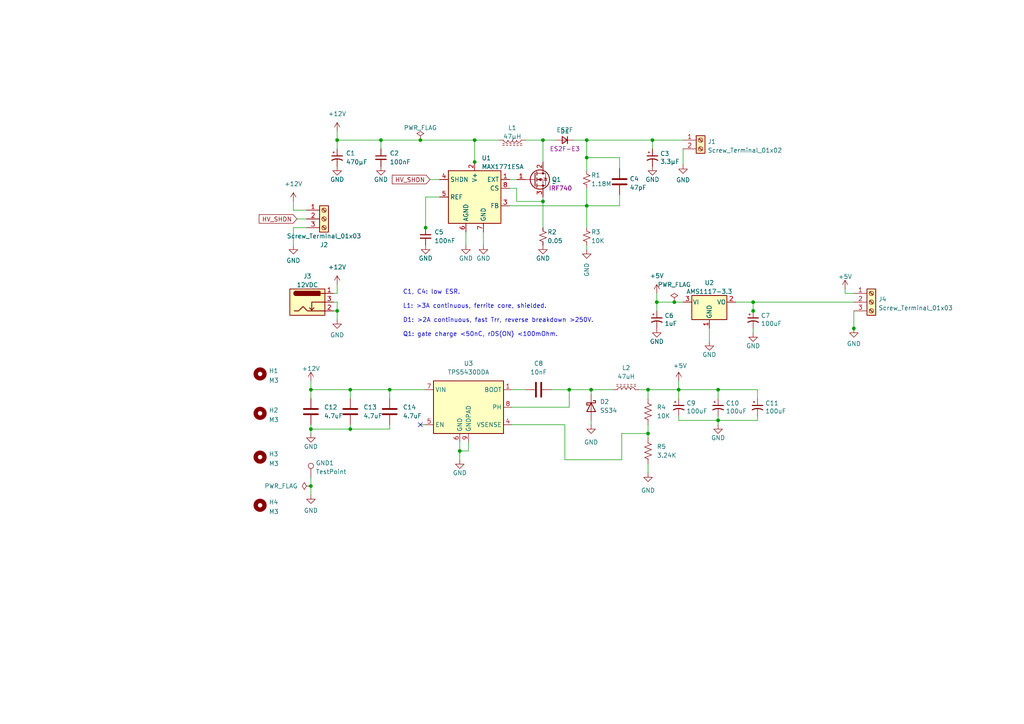
<source format=kicad_sch>
(kicad_sch (version 20211123) (generator eeschema)
  (paper "A4")
  (lib_symbols
    (symbol "Connector:Barrel_Jack_Switch" (pin_names hide)
      (property "Reference" "J" (at 0 5.334 0))
      (property "Value" "Barrel_Jack_Switch" (at 0 -5.08 0))
      (symbol "Barrel_Jack_Switch_0_1"
        (rectangle (start -5.08 3.81) (end 5.08 -3.81) (stroke (width 0.254)) (fill (type background)))
        (arc (start -3.302 3.175) (mid -3.937 2.54) (end -3.302 1.905) (stroke (width 0.254)))
        (arc (start -3.302 3.175) (mid -3.937 2.54) (end -3.302 1.905) (stroke (width 0.254)) (fill (type outline)))
        (polyline (pts (xy 1.27 -2.286) (xy 1.905 -1.651)) (stroke (width 0.254)))
        (polyline (pts (xy 5.08 2.54) (xy 3.81 2.54)) (stroke (width 0.254)))
        (polyline (pts (xy 5.08 0) (xy 1.27 0) (xy 1.27 -2.286) (xy 0.635 -1.651)) (stroke (width 0.254)))
        (polyline (pts (xy -3.81 -2.54) (xy -2.54 -2.54) (xy -1.27 -1.27) (xy 0 -2.54) (xy 2.54 -2.54) (xy 5.08 -2.54)) (stroke (width 0.254)))
        (rectangle (start 3.683 3.175) (end -3.302 1.905) (stroke (width 0.254)) (fill (type outline)))
      )
      (symbol "Barrel_Jack_Switch_1_1"
        (pin passive line (at 7.62 2.54 180) (length 2.54) (name "~") (number "1"))
        (pin passive line (at 7.62 -2.54 180) (length 2.54) (name "~") (number "2"))
        (pin passive line (at 7.62 0 180) (length 2.54) (name "~") (number "3"))
      )
    )
    (symbol "Connector:Screw_Terminal_01x02" (pin_names (offset 1.016) hide)
      (property "Reference" "J" (at 0 2.54 0))
      (property "Value" "Screw_Terminal_01x02" (at 0 -5.08 0))
      (symbol "Screw_Terminal_01x02_1_1"
        (rectangle (start -1.27 1.27) (end 1.27 -3.81) (stroke (width 0.254)) (fill (type background)))
        (circle (center 0 -2.54) (radius 0.635) (stroke (width 0.1524)))
        (polyline (pts (xy -0.5334 -2.2098) (xy 0.3302 -3.048)) (stroke (width 0.1524)))
        (polyline (pts (xy -0.5334 0.3302) (xy 0.3302 -0.508)) (stroke (width 0.1524)))
        (polyline (pts (xy -0.3556 -2.032) (xy 0.508 -2.8702)) (stroke (width 0.1524)))
        (polyline (pts (xy -0.3556 0.508) (xy 0.508 -0.3302)) (stroke (width 0.1524)))
        (circle (center 0 0) (radius 0.635) (stroke (width 0.1524)))
        (pin passive line (at -5.08 0 0) (length 3.81) (name "Pin_1") (number "1"))
        (pin passive line (at -5.08 -2.54 0) (length 3.81) (name "Pin_2") (number "2"))
      )
    )
    (symbol "Connector:Screw_Terminal_01x03" (pin_names (offset 1.016) hide)
      (property "Reference" "J" (at 0 5.08 0))
      (property "Value" "Screw_Terminal_01x03" (at 0 -5.08 0))
      (symbol "Screw_Terminal_01x03_1_1"
        (rectangle (start -1.27 3.81) (end 1.27 -3.81) (stroke (width 0.254)) (fill (type background)))
        (circle (center 0 -2.54) (radius 0.635) (stroke (width 0.1524)))
        (polyline (pts (xy -0.5334 -2.2098) (xy 0.3302 -3.048)) (stroke (width 0.1524)))
        (polyline (pts (xy -0.5334 0.3302) (xy 0.3302 -0.508)) (stroke (width 0.1524)))
        (polyline (pts (xy -0.5334 2.8702) (xy 0.3302 2.032)) (stroke (width 0.1524)))
        (polyline (pts (xy -0.3556 -2.032) (xy 0.508 -2.8702)) (stroke (width 0.1524)))
        (polyline (pts (xy -0.3556 0.508) (xy 0.508 -0.3302)) (stroke (width 0.1524)))
        (polyline (pts (xy -0.3556 3.048) (xy 0.508 2.2098)) (stroke (width 0.1524)))
        (circle (center 0 0) (radius 0.635) (stroke (width 0.1524)))
        (circle (center 0 2.54) (radius 0.635) (stroke (width 0.1524)))
        (pin passive line (at -5.08 2.54 0) (length 3.81) (name "Pin_1") (number "1"))
        (pin passive line (at -5.08 0 0) (length 3.81) (name "Pin_2") (number "2"))
        (pin passive line (at -5.08 -2.54 0) (length 3.81) (name "Pin_3") (number "3"))
      )
    )
    (symbol "Connector:TestPoint" (pin_numbers hide) (pin_names (offset 0.762) hide)
      (property "Reference" "TP" (at 0 6.858 0))
      (property "Value" "TestPoint" (at 0 5.08 0))
      (symbol "TestPoint_0_1"
        (circle (center 0 3.302) (radius 0.762))
      )
      (symbol "TestPoint_1_1"
        (pin passive line (at 0 0 90) (length 2.54) (name "1") (number "1"))
      )
    )
    (symbol "Device:C" (pin_numbers hide) (pin_names (offset 0.254))
      (property "Reference" "C" (at 0.635 2.54 0))
      (property "Value" "C" (at 0.635 -2.54 0))
      (symbol "C_0_1"
        (polyline (pts (xy -2.032 -0.762) (xy 2.032 -0.762)) (stroke (width 0.508)))
        (polyline (pts (xy -2.032 0.762) (xy 2.032 0.762)) (stroke (width 0.508)))
      )
      (symbol "C_1_1"
        (pin passive line (at 0 3.81 270) (length 2.794) (name "~") (number "1"))
        (pin passive line (at 0 -3.81 90) (length 2.794) (name "~") (number "2"))
      )
    )
    (symbol "Device:C_Polarized_Small_US" (pin_numbers hide) (pin_names (offset 0.254) hide)
      (property "Reference" "C" (at 0.254 1.778 0))
      (property "Value" "C_Polarized_Small_US" (at 0.254 -2.032 0))
      (symbol "C_Polarized_Small_US_0_1"
        (polyline (pts (xy -1.524 0.508) (xy 1.524 0.508)) (stroke (width 0.3048)))
        (polyline (pts (xy -1.27 1.524) (xy -0.762 1.524)))
        (polyline (pts (xy -1.016 1.27) (xy -1.016 1.778)))
        (arc (start 1.524 -0.762) (mid 0 -0.3734) (end -1.524 -0.762) (stroke (width 0.3048)))
      )
      (symbol "C_Polarized_Small_US_1_1"
        (pin passive line (at 0 2.54 270) (length 2.032) (name "~") (number "1"))
        (pin passive line (at 0 -2.54 90) (length 2.032) (name "~") (number "2"))
      )
    )
    (symbol "Device:C_Small" (pin_numbers hide) (pin_names (offset 0.254) hide)
      (property "Reference" "C" (at 0.254 1.778 0))
      (property "Value" "C_Small" (at 0.254 -2.032 0))
      (symbol "C_Small_0_1"
        (polyline (pts (xy -1.524 -0.508) (xy 1.524 -0.508)) (stroke (width 0.3302)))
        (polyline (pts (xy -1.524 0.508) (xy 1.524 0.508)) (stroke (width 0.3048)))
      )
      (symbol "C_Small_1_1"
        (pin passive line (at 0 2.54 270) (length 2.032) (name "~") (number "1"))
        (pin passive line (at 0 -2.54 90) (length 2.032) (name "~") (number "2"))
      )
    )
    (symbol "Device:D_Schottky" (pin_numbers hide) (pin_names (offset 1.016) hide)
      (property "Reference" "D" (at 0 2.54 0))
      (property "Value" "D_Schottky" (at 0 -2.54 0))
      (symbol "D_Schottky_0_1"
        (polyline (pts (xy 1.27 0) (xy -1.27 0)))
        (polyline (pts (xy 1.27 1.27) (xy 1.27 -1.27) (xy -1.27 0) (xy 1.27 1.27)) (stroke (width 0.254)))
        (polyline (pts (xy -1.905 0.635) (xy -1.905 1.27) (xy -1.27 1.27) (xy -1.27 -1.27) (xy -0.635 -1.27) (xy -0.635 -0.635)) (stroke (width 0.254)))
      )
      (symbol "D_Schottky_1_1"
        (pin passive line (at -3.81 0 0) (length 2.54) (name "K") (number "1"))
        (pin passive line (at 3.81 0 180) (length 2.54) (name "A") (number "2"))
      )
    )
    (symbol "Device:D_Small" (pin_numbers hide) (pin_names (offset 0.254) hide)
      (property "Reference" "D" (at -1.27 2.032 0))
      (property "Value" "D_Small" (at -3.81 -2.032 0))
      (symbol "D_Small_0_1"
        (polyline (pts (xy -0.762 -1.016) (xy -0.762 1.016)) (stroke (width 0.254)))
        (polyline (pts (xy -0.762 0) (xy 0.762 0)))
        (polyline (pts (xy 0.762 -1.016) (xy -0.762 0) (xy 0.762 1.016) (xy 0.762 -1.016)) (stroke (width 0.254)))
      )
      (symbol "D_Small_1_1"
        (pin passive line (at -2.54 0 0) (length 1.778) (name "K") (number "1"))
        (pin passive line (at 2.54 0 180) (length 1.778) (name "A") (number "2"))
      )
    )
    (symbol "Device:L_Ferrite" (pin_numbers hide) (pin_names (offset 1.016) hide)
      (property "Reference" "L" (at -1.27 0 90))
      (property "Value" "L_Ferrite" (at 2.794 0 90))
      (symbol "L_Ferrite_0_1"
        (arc (start 0 -2.54) (mid 0.635 -1.905) (end 0 -1.27))
        (arc (start 0 -1.27) (mid 0.635 -0.635) (end 0 0))
        (polyline (pts (xy 1.016 -2.794) (xy 1.016 -2.286)))
        (polyline (pts (xy 1.016 -1.778) (xy 1.016 -1.27)))
        (polyline (pts (xy 1.016 -0.762) (xy 1.016 -0.254)))
        (polyline (pts (xy 1.016 0.254) (xy 1.016 0.762)))
        (polyline (pts (xy 1.016 1.27) (xy 1.016 1.778)))
        (polyline (pts (xy 1.016 2.286) (xy 1.016 2.794)))
        (polyline (pts (xy 1.524 -2.286) (xy 1.524 -2.794)))
        (polyline (pts (xy 1.524 -1.27) (xy 1.524 -1.778)))
        (polyline (pts (xy 1.524 -0.254) (xy 1.524 -0.762)))
        (polyline (pts (xy 1.524 0.762) (xy 1.524 0.254)))
        (polyline (pts (xy 1.524 1.778) (xy 1.524 1.27)))
        (polyline (pts (xy 1.524 2.794) (xy 1.524 2.286)))
        (arc (start 0 0) (mid 0.635 0.635) (end 0 1.27))
        (arc (start 0 1.27) (mid 0.635 1.905) (end 0 2.54))
      )
      (symbol "L_Ferrite_1_1"
        (pin passive line (at 0 3.81 270) (length 1.27) (name "1") (number "1"))
        (pin passive line (at 0 -3.81 90) (length 1.27) (name "2") (number "2"))
      )
    )
    (symbol "Device:Q_NMOS_GDS" (pin_names (offset 0) hide)
      (property "Reference" "Q" (at 5.08 1.27 0))
      (property "Value" "Q_NMOS_GDS" (at 5.08 -1.27 0))
      (symbol "Q_NMOS_GDS_0_1"
        (polyline (pts (xy 0.254 0) (xy -2.54 0)))
        (polyline (pts (xy 0.254 1.905) (xy 0.254 -1.905)) (stroke (width 0.254)))
        (polyline (pts (xy 0.762 -1.27) (xy 0.762 -2.286)) (stroke (width 0.254)))
        (polyline (pts (xy 0.762 0.508) (xy 0.762 -0.508)) (stroke (width 0.254)))
        (polyline (pts (xy 0.762 2.286) (xy 0.762 1.27)) (stroke (width 0.254)))
        (polyline (pts (xy 2.54 2.54) (xy 2.54 1.778)))
        (polyline (pts (xy 2.54 -2.54) (xy 2.54 0) (xy 0.762 0)))
        (polyline (pts (xy 0.762 -1.778) (xy 3.302 -1.778) (xy 3.302 1.778) (xy 0.762 1.778)))
        (polyline (pts (xy 1.016 0) (xy 2.032 0.381) (xy 2.032 -0.381) (xy 1.016 0)) (fill (type outline)))
        (polyline (pts (xy 2.794 0.508) (xy 2.921 0.381) (xy 3.683 0.381) (xy 3.81 0.254)))
        (polyline (pts (xy 3.302 0.381) (xy 2.921 -0.254) (xy 3.683 -0.254) (xy 3.302 0.381)))
        (circle (center 1.651 0) (radius 2.794) (stroke (width 0.254)))
        (circle (center 2.54 -1.778) (radius 0.254) (fill (type outline)))
        (circle (center 2.54 1.778) (radius 0.254) (fill (type outline)))
      )
      (symbol "Q_NMOS_GDS_1_1"
        (pin input line (at -5.08 0 0) (length 2.54) (name "G") (number "1"))
        (pin passive line (at 2.54 5.08 270) (length 2.54) (name "D") (number "2"))
        (pin passive line (at 2.54 -5.08 90) (length 2.54) (name "S") (number "3"))
      )
    )
    (symbol "Device:R_Small_US" (pin_numbers hide) (pin_names (offset 0.254) hide)
      (property "Reference" "R" (at 0.762 0.508 0))
      (property "Value" "R_Small_US" (at 0.762 -1.016 0))
      (symbol "R_Small_US_1_1"
        (polyline (pts (xy 0 0) (xy 1.016 -0.381) (xy 0 -0.762) (xy -1.016 -1.143) (xy 0 -1.524)))
        (polyline (pts (xy 0 1.524) (xy 1.016 1.143) (xy 0 0.762) (xy -1.016 0.381) (xy 0 0)))
        (pin passive line (at 0 2.54 270) (length 1.016) (name "~") (number "1"))
        (pin passive line (at 0 -2.54 90) (length 1.016) (name "~") (number "2"))
      )
    )
    (symbol "Device:R_US" (pin_numbers hide) (pin_names (offset 0))
      (property "Reference" "R" (at 2.54 0 90))
      (property "Value" "R_US" (at -2.54 0 90))
      (symbol "R_US_0_1"
        (polyline (pts (xy 0 -2.286) (xy 0 -2.54)))
        (polyline (pts (xy 0 2.286) (xy 0 2.54)))
        (polyline (pts (xy 0 -0.762) (xy 1.016 -1.143) (xy 0 -1.524) (xy -1.016 -1.905) (xy 0 -2.286)))
        (polyline (pts (xy 0 0.762) (xy 1.016 0.381) (xy 0 0) (xy -1.016 -0.381) (xy 0 -0.762)))
        (polyline (pts (xy 0 2.286) (xy 1.016 1.905) (xy 0 1.524) (xy -1.016 1.143) (xy 0 0.762)))
      )
      (symbol "R_US_1_1"
        (pin passive line (at 0 3.81 270) (length 1.27) (name "~") (number "1"))
        (pin passive line (at 0 -3.81 90) (length 1.27) (name "~") (number "2"))
      )
    )
    (symbol "Mechanical:MountingHole" (pin_names (offset 1.016))
      (property "Reference" "H" (at 0 5.08 0))
      (property "Value" "MountingHole" (at 0 3.175 0))
      (symbol "MountingHole_0_1"
        (circle (center 0 0) (radius 1.27) (stroke (width 1.27)))
      )
    )
    (symbol "Regulator_Linear:AMS1117-3.3" (pin_names (offset 0.254))
      (property "Reference" "U" (at -3.81 3.175 0))
      (property "Value" "AMS1117-3.3" (at 0 3.175 0))
      (symbol "AMS1117-3.3_0_1"
        (rectangle (start -5.08 -5.08) (end 5.08 1.905) (stroke (width 0.254)) (fill (type background)))
      )
      (symbol "AMS1117-3.3_1_1"
        (pin power_in line (at 0 -7.62 90) (length 2.54) (name "GND") (number "1"))
        (pin power_out line (at 7.62 0 180) (length 2.54) (name "VO") (number "2"))
        (pin power_in line (at -7.62 0 0) (length 2.54) (name "VI") (number "3"))
      )
    )
    (symbol "Regulator_Switching:MAX1771xSA"
      (property "Reference" "U" (at -3.81 10.16 0))
      (property "Value" "MAX1771xSA" (at 6.35 10.16 0))
      (symbol "MAX1771xSA_0_1"
        (rectangle (start -7.62 7.62) (end 7.62 -7.62) (stroke (width 0.254)) (fill (type background)))
      )
      (symbol "MAX1771xSA_1_1"
        (pin output line (at 10.16 5.08 180) (length 2.54) (name "EXT") (number "1"))
        (pin power_in line (at 0 10.16 270) (length 2.54) (name "V+") (number "2"))
        (pin input line (at 10.16 -2.54 180) (length 2.54) (name "FB") (number "3"))
        (pin input line (at -10.16 5.08 0) (length 2.54) (name "SHDN") (number "4"))
        (pin passive line (at -10.16 0 0) (length 2.54) (name "REF") (number "5"))
        (pin power_in line (at -2.54 -10.16 90) (length 2.54) (name "AGND") (number "6"))
        (pin power_in line (at 2.54 -10.16 90) (length 2.54) (name "GND") (number "7"))
        (pin input line (at 10.16 2.54 180) (length 2.54) (name "CS") (number "8"))
      )
    )
    (symbol "Regulator_Switching:TPS5430DDA"
      (property "Reference" "U" (at -10.16 8.89 0))
      (property "Value" "TPS5430DDA" (at -1.27 8.89 0))
      (symbol "TPS5430DDA_0_1"
        (rectangle (start -10.16 7.62) (end 10.16 -7.62) (stroke (width 0.254)) (fill (type background)))
      )
      (symbol "TPS5430DDA_1_1"
        (pin input line (at 12.7 5.08 180) (length 2.54) (name "BOOT") (number "1"))
        (pin no_connect line (at -10.16 2.54 0) (length 2.54) hide (name "NC") (number "2"))
        (pin no_connect line (at -10.16 -2.54 0) (length 2.54) hide (name "NC") (number "3"))
        (pin input line (at 12.7 -5.08 180) (length 2.54) (name "VSENSE") (number "4"))
        (pin input line (at -12.7 -5.08 0) (length 2.54) (name "EN") (number "5"))
        (pin power_in line (at -2.54 -10.16 90) (length 2.54) (name "GND") (number "6"))
        (pin power_in line (at -12.7 5.08 0) (length 2.54) (name "VIN") (number "7"))
        (pin output line (at 12.7 0 180) (length 2.54) (name "PH") (number "8"))
        (pin power_in line (at 0 -10.16 90) (length 2.54) (name "GNDPAD") (number "9"))
      )
    )
    (symbol "power:+12V" (power) (pin_names (offset 0))
      (property "Value" "+12V" (at 0 3.556 0))
      (symbol "+12V_0_1"
        (polyline (pts (xy -0.762 1.27) (xy 0 2.54)))
        (polyline (pts (xy 0 0) (xy 0 2.54)))
        (polyline (pts (xy 0 2.54) (xy 0.762 1.27)))
      )
      (symbol "+12V_1_1"
        (pin power_in line (at 0 0 90) (length 0) hide (name "+12V") (number "1"))
      )
    )
    (symbol "power:+5V" (power) (pin_names (offset 0))
      (property "Value" "+5V" (at 0 3.556 0))
      (symbol "+5V_0_1"
        (polyline (pts (xy -0.762 1.27) (xy 0 2.54)))
        (polyline (pts (xy 0 0) (xy 0 2.54)))
        (polyline (pts (xy 0 2.54) (xy 0.762 1.27)))
      )
      (symbol "+5V_1_1"
        (pin power_in line (at 0 0 90) (length 0) hide (name "+5V") (number "1"))
      )
    )
    (symbol "power:GND" (power) (pin_names (offset 0))
      (property "Value" "GND" (at 0 -3.81 0))
      (symbol "GND_0_1"
        (polyline (pts (xy 0 0) (xy 0 -1.27) (xy 1.27 -1.27) (xy 0 -2.54) (xy -1.27 -1.27) (xy 0 -1.27)))
      )
      (symbol "GND_1_1"
        (pin power_in line (at 0 0 270) (length 0) hide (name "GND") (number "1"))
      )
    )
    (symbol "power:PWR_FLAG" (power) (pin_numbers hide) (pin_names (offset 0) hide)
      (property "Value" "PWR_FLAG" (at 0 3.81 0))
      (symbol "PWR_FLAG_0_0"
        (pin power_out line (at 0 0 90) (length 0) (name "pwr") (number "1"))
      )
      (symbol "PWR_FLAG_0_1"
        (polyline (pts (xy 0 0) (xy 0 1.27) (xy -1.016 1.905) (xy 0 2.54) (xy 1.016 1.905) (xy 0 1.27)))
      )
    )
  )
  (junction (at 101.6 113.03))
  (junction (at 171.45 113.03))
  (junction (at 90.17 124.46))
  (junction (at 196.85 113.03))
  (junction (at 113.03 113.03))
  (junction (at 97.79 90.17))
  (junction (at 137.668 40.64))
  (junction (at 190.5 87.63))
  (junction (at 90.17 113.03))
  (junction (at 195.58 87.63))
  (junction (at 165.1 113.03))
  (junction (at 218.44 90.17))
  (junction (at 208.28 113.03))
  (junction (at 121.92 40.64))
  (junction (at 170.18 45.72))
  (junction (at 187.96 125.73))
  (junction (at 137.668 46.99))
  (junction (at 101.6 124.46))
  (junction (at 208.28 121.92))
  (junction (at 170.18 59.69))
  (junction (at 170.18 40.64))
  (junction (at 90.17 140.97))
  (junction (at 110.49 40.64))
  (junction (at 189.23 40.64))
  (junction (at 133.35 130.81))
  (junction (at 187.96 113.03))
  (junction (at 97.79 40.64))
  (junction (at 247.65 95.25))
  (junction (at 123.444 66.04))
  (junction (at 157.48 58.42))
  (junction (at 157.48 40.64))
  (junction (at 218.44 87.63))
  (no_connect (at 121.92 123.19))
  (wire (pts (xy 187.96 123.19) (xy 187.96 125.73)))
  (wire (pts (xy 180.34 125.73) (xy 180.34 133.35)))
  (wire (pts (xy 124.714 52.07) (xy 127.508 52.07)))
  (wire (pts (xy 86.106 63.5) (xy 88.9 63.5)))
  (wire (pts (xy 149.86 54.61) (xy 149.86 58.42)))
  (wire (pts (xy 163.83 123.19) (xy 148.59 123.19)))
  (wire (pts (xy 148.59 113.03) (xy 152.4 113.03)))
  (wire (pts (xy 180.34 133.35) (xy 163.83 133.35)))
  (wire (pts (xy 121.92 40.64) (xy 137.668 40.64)))
  (wire (pts (xy 90.17 138.43) (xy 90.17 140.97)))
  (wire (pts (xy 170.18 40.64) (xy 170.18 45.72)))
  (wire (pts (xy 208.28 113.03) (xy 219.71 113.03)))
  (wire (pts (xy 133.35 128.27) (xy 133.35 130.81)))
  (wire (pts (xy 219.71 113.03) (xy 219.71 115.57)))
  (wire (pts (xy 179.705 59.69) (xy 170.18 59.69)))
  (wire (pts (xy 147.828 59.69) (xy 170.18 59.69)))
  (wire (pts (xy 85.09 66.04) (xy 85.09 71.12)))
  (wire (pts (xy 90.17 124.46) (xy 90.17 125.73)))
  (wire (pts (xy 187.96 113.03) (xy 187.96 115.57)))
  (wire (pts (xy 101.6 124.46) (xy 113.03 124.46)))
  (wire (pts (xy 165.1 113.03) (xy 165.1 118.11)))
  (wire (pts (xy 97.79 40.64) (xy 97.79 43.18)))
  (wire (pts (xy 190.5 85.09) (xy 190.5 87.63)))
  (wire (pts (xy 121.92 40.386) (xy 121.92 40.64)))
  (wire (pts (xy 165.1 113.03) (xy 171.45 113.03)))
  (wire (pts (xy 152.4 40.64) (xy 157.48 40.64)))
  (wire (pts (xy 165.1 118.11) (xy 148.59 118.11)))
  (wire (pts (xy 90.17 113.03) (xy 101.6 113.03)))
  (wire (pts (xy 179.705 45.72) (xy 170.18 45.72)))
  (wire (pts (xy 187.96 134.62) (xy 187.96 137.16)))
  (wire (pts (xy 121.92 40.64) (xy 110.49 40.64)))
  (wire (pts (xy 110.49 40.64) (xy 110.49 43.18)))
  (wire (pts (xy 85.09 60.96) (xy 88.9 60.96)))
  (wire (pts (xy 198.12 43.18) (xy 198.12 47.752)))
  (wire (pts (xy 101.6 113.03) (xy 113.03 113.03)))
  (wire (pts (xy 245.11 83.82) (xy 245.11 85.09)))
  (wire (pts (xy 97.79 38.1) (xy 97.79 40.64)))
  (wire (pts (xy 157.48 40.64) (xy 161.29 40.64)))
  (wire (pts (xy 218.44 87.63) (xy 247.65 87.63)))
  (wire (pts (xy 213.36 87.63) (xy 218.44 87.63)))
  (wire (pts (xy 97.79 82.55) (xy 97.79 85.09)))
  (wire (pts (xy 157.48 58.42) (xy 149.86 58.42)))
  (wire (pts (xy 123.444 57.15) (xy 123.444 66.04)))
  (wire (pts (xy 166.37 40.64) (xy 170.18 40.64)))
  (wire (pts (xy 218.44 87.63) (xy 218.44 90.17)))
  (wire (pts (xy 185.42 113.03) (xy 187.96 113.03)))
  (wire (pts (xy 218.44 90.17) (xy 218.44 90.678)))
  (wire (pts (xy 133.35 130.81) (xy 133.35 133.35)))
  (wire (pts (xy 101.6 113.03) (xy 101.6 115.57)))
  (wire (pts (xy 97.79 92.71) (xy 97.79 90.17)))
  (wire (pts (xy 113.03 113.03) (xy 123.19 113.03)))
  (wire (pts (xy 135.128 67.31) (xy 135.128 71.12)))
  (wire (pts (xy 157.48 57.15) (xy 157.48 58.42)))
  (wire (pts (xy 196.85 113.03) (xy 208.28 113.03)))
  (wire (pts (xy 247.65 90.17) (xy 247.65 95.25)))
  (wire (pts (xy 97.79 87.63) (xy 96.774 87.63)))
  (wire (pts (xy 110.49 40.64) (xy 97.79 40.64)))
  (wire (pts (xy 90.17 140.97) (xy 90.17 143.51)))
  (wire (pts (xy 171.45 121.92) (xy 171.45 123.19)))
  (wire (pts (xy 147.828 54.61) (xy 149.86 54.61)))
  (wire (pts (xy 90.17 123.19) (xy 90.17 124.46)))
  (wire (pts (xy 179.705 48.895) (xy 179.705 45.72)))
  (wire (pts (xy 113.03 113.03) (xy 113.03 115.57)))
  (wire (pts (xy 218.44 95.25) (xy 218.44 96.52)))
  (wire (pts (xy 190.5 87.63) (xy 190.5 90.17)))
  (wire (pts (xy 127.508 57.15) (xy 123.444 57.15)))
  (wire (pts (xy 121.92 123.19) (xy 123.19 123.19)))
  (wire (pts (xy 245.11 85.09) (xy 247.65 85.09)))
  (wire (pts (xy 123.444 66.04) (xy 123.444 66.294)))
  (wire (pts (xy 170.18 71.12) (xy 170.18 72.39)))
  (wire (pts (xy 160.02 113.03) (xy 165.1 113.03)))
  (wire (pts (xy 187.96 125.73) (xy 187.96 127)))
  (wire (pts (xy 90.17 124.46) (xy 101.6 124.46)))
  (wire (pts (xy 208.28 113.03) (xy 208.28 115.57)))
  (wire (pts (xy 196.85 110.49) (xy 196.85 113.03)))
  (wire (pts (xy 170.18 54.61) (xy 170.18 59.69)))
  (wire (pts (xy 113.03 123.19) (xy 113.03 124.46)))
  (wire (pts (xy 147.828 52.07) (xy 149.86 52.07)))
  (wire (pts (xy 208.28 121.92) (xy 208.28 123.19)))
  (wire (pts (xy 205.74 95.25) (xy 205.74 99.06)))
  (wire (pts (xy 97.79 85.09) (xy 96.774 85.09)))
  (wire (pts (xy 101.6 123.19) (xy 101.6 124.46)))
  (wire (pts (xy 135.89 130.81) (xy 133.35 130.81)))
  (wire (pts (xy 179.705 56.515) (xy 179.705 59.69)))
  (wire (pts (xy 247.65 95.25) (xy 247.65 96.52)))
  (wire (pts (xy 196.85 121.92) (xy 208.28 121.92)))
  (wire (pts (xy 170.18 59.69) (xy 170.18 66.04)))
  (wire (pts (xy 189.23 40.64) (xy 198.12 40.64)))
  (wire (pts (xy 90.17 110.49) (xy 90.17 113.03)))
  (wire (pts (xy 163.83 133.35) (xy 163.83 123.19)))
  (wire (pts (xy 96.774 90.17) (xy 97.79 90.17)))
  (wire (pts (xy 196.85 120.65) (xy 196.85 121.92)))
  (wire (pts (xy 137.668 40.64) (xy 144.78 40.64)))
  (wire (pts (xy 187.96 125.73) (xy 180.34 125.73)))
  (wire (pts (xy 208.28 120.65) (xy 208.28 121.92)))
  (wire (pts (xy 85.09 58.42) (xy 85.09 60.96)))
  (wire (pts (xy 157.48 40.64) (xy 157.48 46.99)))
  (wire (pts (xy 219.71 120.65) (xy 219.71 121.92)))
  (wire (pts (xy 137.668 40.64) (xy 137.668 46.99)))
  (wire (pts (xy 170.18 40.64) (xy 189.23 40.64)))
  (wire (pts (xy 90.17 113.03) (xy 90.17 115.57)))
  (wire (pts (xy 195.58 87.63) (xy 198.12 87.63)))
  (wire (pts (xy 137.668 46.99) (xy 137.668 47.244)))
  (wire (pts (xy 88.9 66.04) (xy 85.09 66.04)))
  (wire (pts (xy 171.45 113.03) (xy 171.45 114.3)))
  (wire (pts (xy 189.23 40.64) (xy 189.23 43.18)))
  (wire (pts (xy 208.28 121.92) (xy 219.71 121.92)))
  (wire (pts (xy 97.79 90.17) (xy 97.79 87.63)))
  (wire (pts (xy 187.96 113.03) (xy 196.85 113.03)))
  (wire (pts (xy 196.85 113.03) (xy 196.85 115.57)))
  (wire (pts (xy 190.5 87.63) (xy 195.58 87.63)))
  (wire (pts (xy 140.208 67.31) (xy 140.208 71.12)))
  (wire (pts (xy 171.45 113.03) (xy 177.8 113.03)))
  (wire (pts (xy 170.18 45.72) (xy 170.18 49.53)))
  (wire (pts (xy 135.89 128.27) (xy 135.89 130.81)))
  (wire (pts (xy 157.48 66.04) (xy 157.48 58.42)))
  (text "C1, C4: low ESR.\n\nL1: >3A continuous, ferrite core, shielded.\n\nD1: >2A continuous, fast Trr, reverse breakdown >250V.\n\nQ1: gate charge <50nC, rDS(ON) <100mOhm." (at 116.84 97.79 0) (effects (font (size 1.27 1.27)) (justify left bottom)))
  (global_label "HV_SHDN" (shape input) (at 124.714 52.07 180) (property "Intersheet References" "${INTERSHEET_REFS}" (effects hide)))
  (global_label "HV_SHDN" (shape input) (at 86.106 63.5 180) (property "Intersheet References" "${INTERSHEET_REFS}" (effects hide)))
  (symbol (lib_id "Device:R_US") (at 187.96 119.38 0) (unit 1)
    (property "Reference" "R4" (at 190.5 118.1099 0) (effects (justify left)))
    (property "Value" "10K" (at 190.5 120.6499 0) (effects (justify left)))
    (property "Footprint" "Resistor_SMD:R_0805_2012Metric_Pad1.20x1.40mm_HandSolder" (effects hide))
    (property "LCSC" "C17828" (effects hide))
  )
  (symbol (lib_id "power:GND") (at 90.17 125.73 0) (unit 1)
    (property "Reference" "#PWR025" (effects hide))
    (property "Value" "GND" (at 90.17 129.54 0))
  )
  (symbol (lib_id "power:GND") (at 157.48 71.12 0) (unit 1)
    (property "Reference" "#PWR011" (effects hide))
    (property "Value" "GND" (at 157.48 74.93 0))
  )
  (symbol (lib_id "Device:C_Polarized_Small_US") (at 219.71 118.11 0) (unit 1)
    (property "Reference" "C11" (at 221.9452 116.9416 0) (effects (justify left)))
    (property "Value" "100uF" (at 221.9452 119.253 0) (effects (justify left)))
    (property "Footprint" "Capacitor_Tantalum_SMD:CP_EIA-3528-21_Kemet-B_Pad1.50x2.35mm_HandSolder" (effects hide))
    (property "Manufacturer" "Kyocera AVX" (effects hide))
    (property "MPN" "TAJB107K006RNJ" (effects hide))
    (property "LCSC" "C16133" (effects hide))
  )
  (symbol (lib_id "Connector:Screw_Terminal_01x03") (at 93.98 63.5 0) (unit 1)
    (property "Reference" "J2" (at 93.98 71.0098 0))
    (property "Value" "Screw_Terminal_01x03" (at 93.98 68.4729 0))
    (property "Footprint" "TerminalBlock_Phoenix:TerminalBlock_Phoenix_MKDS-1,5-3-5.08_1x03_P5.08mm_Horizontal" (effects hide))
  )
  (symbol (lib_id "Regulator_Switching:MAX1771xSA") (at 137.668 57.15 0) (unit 1)
    (property "Reference" "U1" (at 139.6874 45.8302 0) (effects (justify left)))
    (property "Value" "MAX1771ESA" (at 139.6874 48.3671 0) (effects (justify left)))
    (property "Footprint" "Package_SO:SO-8_3.9x4.9mm_P1.27mm" (effects hide))
    (property "Datasheet" "https://datasheets.maximintegrated.com/en/ds/MAX1771.pdf" (effects hide))
    (property "LCSC" "C407903" (effects hide))
  )
  (symbol (lib_id "power:+12V") (at 97.79 82.55 0) (unit 1)
    (property "Reference" "#PWR013" (effects hide))
    (property "Value" "+12V" (at 97.79 77.47 0))
  )
  (symbol (lib_id "power:+5V") (at 245.11 83.82 0) (unit 1)
    (property "Reference" "#PWR014" (effects hide))
    (property "Value" "+5V" (at 245.11 80.2442 0))
  )
  (symbol (lib_id "Device:C_Polarized_Small_US") (at 97.79 45.72 0) (unit 1)
    (property "Reference" "C1" (at 100.33 44.45 0) (effects (justify left)))
    (property "Value" "470µF" (at 100.33 46.99 0) (effects (justify left)))
    (property "Footprint" "Capacitor_THT:CP_Radial_D10.0mm_P5.00mm" (effects hide))
    (property "Manufacturer" "Nichicon" (effects hide))
    (property "MPN" "　UPW1V471MPD" (effects hide))
  )
  (symbol (lib_id "Mechanical:MountingHole") (at 75.438 146.558 0) (unit 1)
    (property "Reference" "H4" (at 77.978 145.6495 0) (effects (justify left)))
    (property "Value" "M3" (at 77.978 148.4246 0) (effects (justify left)))
    (property "Footprint" "MountingHole:MountingHole_3.2mm_M3" (effects hide))
  )
  (symbol (lib_id "Connector:Screw_Terminal_01x02") (at 203.2 40.64 0) (unit 1)
    (property "Reference" "J1" (at 205.232 41.0753 0) (effects (justify left)))
    (property "Value" "Screw_Terminal_01x02" (at 205.232 43.6122 0) (effects (justify left)))
    (property "Footprint" "TerminalBlock_Phoenix:TerminalBlock_Phoenix_MKDS-1,5-2-5.08_1x02_P5.08mm_Horizontal" (effects hide))
  )
  (symbol (lib_id "power:PWR_FLAG") (at 121.92 40.64 0) (unit 1)
    (property "Reference" "#FLG01" (effects hide))
    (property "Value" "PWR_FLAG" (at 121.92 37.0642 0))
  )
  (symbol (lib_id "power:GND") (at 190.5 95.25 0) (unit 1)
    (property "Reference" "#PWR017" (effects hide))
    (property "Value" "GND" (at 190.5 99.06 0))
  )
  (symbol (lib_id "Device:C_Small") (at 110.49 45.72 0) (unit 1)
    (property "Reference" "C2" (at 113.03 44.45 0) (effects (justify left)))
    (property "Value" "100nF" (at 113.03 46.99 0) (effects (justify left)))
    (property "Footprint" "Capacitor_SMD:C_0805_2012Metric" (effects hide))
    (property "Manufacturer" "Samsung" (effects hide))
    (property "Part#" "CL21B104KCFNNNE" (effects hide))
    (property "LCSC" "C28233" (effects hide))
  )
  (symbol (lib_id "Device:C_Polarized_Small_US") (at 189.23 45.72 0) (unit 1)
    (property "Reference" "C3" (at 191.4652 44.5516 0) (effects (justify left)))
    (property "Value" "3.3µF" (at 191.4652 46.863 0) (effects (justify left)))
    (property "Footprint" "Capacitor_THT:CP_Radial_D10.0mm_P5.00mm" (effects hide))
    (property "Manufacturer" "Nichicon" (effects hide))
    (property "Part#" "UPW2G3R3MPD" (effects hide))
  )
  (symbol (lib_id "power:GND") (at 187.96 137.16 0) (unit 1)
    (property "Reference" "#PWR027" (effects hide))
    (property "Value" "GND" (at 187.96 142.24 0))
  )
  (symbol (lib_id "power:GND") (at 171.45 123.19 0) (unit 1)
    (property "Reference" "#PWR023" (effects hide))
    (property "Value" "GND" (at 171.45 128.27 0))
  )
  (symbol (lib_id "Device:Q_NMOS_GDS") (at 154.94 52.07 0) (unit 1)
    (property "Reference" "Q1" (at 160.02 52.07 0) (effects (justify left)))
    (property "Value" "~" (at 160.1216 53.213 0) (effects (justify left)))
    (property "Footprint" "Package_TO_SOT_SMD:TO-263-2" (effects hide))
    (property "Manufacturer" "Vishay Intertech" (effects hide))
    (property "MPN" "IRF740" (at 162.56 54.61 0))
    (property "LCSC" "C39238" (effects hide))
  )
  (symbol (lib_id "power:GND") (at 247.65 95.25 0) (unit 1)
    (property "Reference" "#PWR018" (effects hide))
    (property "Value" "GND" (at 247.65 99.6934 0))
  )
  (symbol (lib_id "power:GND") (at 110.49 48.26 0) (unit 1)
    (property "Reference" "#PWR04" (effects hide))
    (property "Value" "GND" (at 110.49 52.07 0))
  )
  (symbol (lib_id "power:GND") (at 123.444 71.12 0) (unit 1)
    (property "Reference" "#PWR08" (effects hide))
    (property "Value" "GND" (at 123.444 74.93 0))
  )
  (symbol (lib_id "power:GND") (at 198.12 47.752 0) (unit 1)
    (property "Reference" "#PWR02" (effects hide))
    (property "Value" "GND" (at 198.12 52.1954 0))
  )
  (symbol (lib_id "power:+5V") (at 196.85 110.49 0) (unit 1)
    (property "Reference" "#PWR022" (effects hide))
    (property "Value" "+5V" (at 197.231 106.0958 0))
  )
  (symbol (lib_id "Mechanical:MountingHole") (at 75.438 108.458 0) (unit 1)
    (property "Reference" "H1" (at 77.978 107.5495 0) (effects (justify left)))
    (property "Value" "M3" (at 77.978 110.3246 0) (effects (justify left)))
    (property "Footprint" "MountingHole:MountingHole_3.2mm_M3" (effects hide))
  )
  (symbol (lib_id "Regulator_Switching:TPS5430DDA") (at 135.89 118.11 0) (unit 1)
    (property "Reference" "U3" (at 135.89 105.41 0))
    (property "Value" "TPS5430DDA" (at 135.89 107.95 0))
    (property "Footprint" "Package_SO:TI_SO-PowerPAD-8_ThermalVias" (effects hide))
    (property "Datasheet" "http://www.ti.com/lit/ds/symlink/tps5430.pdf" (effects hide))
    (property "LCSC" "C9864" (effects hide))
  )
  (symbol (lib_id "Device:C") (at 90.17 119.38 0) (unit 1)
    (property "Reference" "C12" (at 93.98 118.1099 0) (effects (justify left)))
    (property "Value" "4.7uF" (at 93.98 120.6499 0) (effects (justify left)))
    (property "Footprint" "Capacitor_SMD:C_1206_3216Metric_Pad1.33x1.80mm_HandSolder" (effects hide))
    (property "MPN" "GRM31CR71E475KA88L" (effects hide))
    (property "LCSC" "C77094" (effects hide))
  )
  (symbol (lib_id "power:GND") (at 97.79 48.26 0) (unit 1)
    (property "Reference" "#PWR03" (effects hide))
    (property "Value" "GND" (at 97.79 52.07 0))
  )
  (symbol (lib_id "Connector:Barrel_Jack_Switch") (at 89.154 87.63 0) (unit 1)
    (property "Reference" "J3" (at 89.154 80.1202 0))
    (property "Value" "12VDC" (at 89.154 82.6571 0))
    (property "Footprint" "Connector_Library:BarrelJack_RS_805-1696" (effects hide))
    (property "Datasheet" "https://www.cliffuk.co.uk/products/dcconnectors/FC681465.pdf" (effects hide))
    (property "RS" "805-1696" (effects hide))
  )
  (symbol (lib_id "power:PWR_FLAG") (at 90.17 140.97 90) (unit 1)
    (property "Reference" "#FLG03" (effects hide))
    (property "Value" "PWR_FLAG" (at 86.36 140.9699 90) (effects (justify left)))
  )
  (symbol (lib_id "Device:R_Small_US") (at 157.48 68.58 0) (unit 1)
    (property "Reference" "R2" (at 158.75 67.31 0) (effects (justify left)))
    (property "Value" "0.05" (at 158.75 69.85 0) (effects (justify left)))
    (property "Footprint" "Resistor_SMD:R_1206_3216Metric_Pad1.30x1.75mm_HandSolder" (effects hide))
    (property "Manufacturer" "Ever Ohms Tech" (effects hide))
    (property "MPN" "CR1206FR050P05R" (effects hide))
    (property "LCSC" "C149662" (effects hide))
  )
  (symbol (lib_id "Device:C_Polarized_Small_US") (at 208.28 118.11 0) (unit 1)
    (property "Reference" "C10" (at 210.5152 116.9416 0) (effects (justify left)))
    (property "Value" "100uF" (at 210.5152 119.253 0) (effects (justify left)))
    (property "Footprint" "Capacitor_Tantalum_SMD:CP_EIA-3528-21_Kemet-B_Pad1.50x2.35mm_HandSolder" (effects hide))
    (property "Manufacturer" "Kyocera AVX" (effects hide))
    (property "MPN" "TAJB107K006RNJ" (effects hide))
    (property "LCSC" "C16133" (effects hide))
  )
  (symbol (lib_id "power:+12V") (at 90.17 110.49 0) (unit 1)
    (property "Reference" "#PWR021" (effects hide))
    (property "Value" "+12V" (at 90.17 106.9142 0))
  )
  (symbol (lib_id "power:GND") (at 85.09 71.12 0) (unit 1)
    (property "Reference" "#PWR07" (effects hide))
    (property "Value" "GND" (at 85.09 75.5634 0))
  )
  (symbol (lib_id "Regulator_Linear:AMS1117-3.3") (at 205.74 87.63 0) (unit 1)
    (property "Reference" "U2" (at 205.74 82.0252 0))
    (property "Value" "AMS1117-3.3" (at 205.74 84.5621 0))
    (property "Footprint" "Package_TO_SOT_SMD:SOT-223-3_TabPin2" (effects hide))
    (property "Datasheet" "http://www.advanced-monolithic.com/pdf/ds1117.pdf" (effects hide))
    (property "LCSC" "C6186" (effects hide))
  )
  (symbol (lib_id "power:+12V") (at 97.79 38.1 0) (unit 1)
    (property "Reference" "#PWR01" (effects hide))
    (property "Value" "+12V" (at 97.79 33.02 0))
  )
  (symbol (lib_id "Device:R_Small_US") (at 170.18 68.58 0) (unit 1)
    (property "Reference" "R3" (at 171.45 67.31 0) (effects (justify left)))
    (property "Value" "10K" (at 171.45 69.85 0) (effects (justify left)))
    (property "Footprint" "Resistor_SMD:R_0805_2012Metric_Pad1.20x1.40mm_HandSolder" (effects hide))
    (property "LCSC" "C17828" (effects hide))
  )
  (symbol (lib_id "Device:C_Polarized_Small_US") (at 196.85 118.11 0) (unit 1)
    (property "Reference" "C9" (at 199.0852 116.9416 0) (effects (justify left)))
    (property "Value" "100uF" (at 199.0852 119.253 0) (effects (justify left)))
    (property "Footprint" "Capacitor_Tantalum_SMD:CP_EIA-3528-21_Kemet-B_Pad1.50x2.35mm_HandSolder" (effects hide))
    (property "Manufacturer" "Kyocera AVX" (effects hide))
    (property "MPN" "TAJB107K006RNJ" (effects hide))
    (property "LCSC" "C16133" (effects hide))
  )
  (symbol (lib_id "power:GND") (at 97.79 92.71 0) (unit 1)
    (property "Reference" "#PWR016" (effects hide))
    (property "Value" "GND" (at 97.79 97.1534 0))
  )
  (symbol (lib_id "power:GND") (at 208.28 123.19 0) (unit 1)
    (property "Reference" "#PWR024" (effects hide))
    (property "Value" "GND" (at 208.28 127 0))
  )
  (symbol (lib_id "power:GND") (at 140.208 71.12 0) (unit 1)
    (property "Reference" "#PWR010" (effects hide))
    (property "Value" "GND" (at 140.208 74.93 0))
  )
  (symbol (lib_id "Device:L_Ferrite") (at 148.59 40.64 270) (unit 1)
    (property "Reference" "L1" (at 148.59 37.0672 90))
    (property "Value" "47µH" (at 148.59 39.6041 90))
    (property "Footprint" "CoilCraft:L_CoilCraft_MSS1210" (effects hide))
    (property "Datasheet" "https://www.coilcraft.com/en-us/products/power/shielded-inductors/ferrite-drum/mss-mos/mss1210h/mss1210h-473/" (effects hide))
    (property "MPN" "MSS1210H-473ME" (effects hide))
  )
  (symbol (lib_id "Device:D_Small") (at 163.83 40.64 180) (unit 1)
    (property "Reference" "D1" (at 163.83 38.1 0))
    (property "Value" "ES2F" (at 163.83 37.6936 0))
    (property "Footprint" "Diode_SMD:D_SMB" (effects hide))
    (property "Datasheet" "https://datasheet.lcsc.com/lcsc/1804250121_Vishay-Intertech-ES2F-E3-52T_C145321.pdf" (effects hide))
    (property "Manufacturer" "Vishay" (effects hide))
    (property "MPN" "ES2F-E3" (at 163.83 43.18 0))
    (property "LCSC" "C145321" (effects hide))
  )
  (symbol (lib_id "Mechanical:MountingHole") (at 75.438 119.888 0) (unit 1)
    (property "Reference" "H2" (at 77.978 118.9795 0) (effects (justify left)))
    (property "Value" "M3" (at 77.978 121.7546 0) (effects (justify left)))
    (property "Footprint" "MountingHole:MountingHole_3.2mm_M3" (effects hide))
  )
  (symbol (lib_id "Mechanical:MountingHole") (at 75.438 132.588 0) (unit 1)
    (property "Reference" "H3" (at 77.978 131.6795 0) (effects (justify left)))
    (property "Value" "M3" (at 77.978 134.4546 0) (effects (justify left)))
    (property "Footprint" "MountingHole:MountingHole_3.2mm_M3" (effects hide))
  )
  (symbol (lib_id "Connector:Screw_Terminal_01x03") (at 252.73 87.63 0) (unit 1)
    (property "Reference" "J4" (at 254.762 86.7953 0) (effects (justify left)))
    (property "Value" "Screw_Terminal_01x03" (at 254.762 89.3322 0) (effects (justify left)))
    (property "Footprint" "TerminalBlock_Phoenix:TerminalBlock_Phoenix_MKDS-1,5-3-5.08_1x03_P5.08mm_Horizontal" (effects hide))
  )
  (symbol (lib_id "power:GND") (at 205.74 99.06 0) (unit 1)
    (property "Reference" "#PWR020" (effects hide))
    (property "Value" "GND" (at 205.74 102.87 0))
  )
  (symbol (lib_id "power:PWR_FLAG") (at 195.58 87.63 0) (unit 1)
    (property "Reference" "#FLG02" (effects hide))
    (property "Value" "PWR_FLAG" (at 195.58 82.55 0))
  )
  (symbol (lib_id "Device:C_Small") (at 123.444 68.58 0) (unit 1)
    (property "Reference" "C5" (at 125.984 67.31 0) (effects (justify left)))
    (property "Value" "100nF" (at 125.984 69.85 0) (effects (justify left)))
    (property "Footprint" "Capacitor_SMD:C_0805_2012Metric" (effects hide))
    (property "Manufacturer" "Samsung" (effects hide))
    (property "Part#" "CL21B104KCFNNNE" (effects hide))
    (property "LCSC" "C28233" (effects hide))
  )
  (symbol (lib_id "Device:C_Polarized_Small_US") (at 190.5 92.71 0) (unit 1)
    (property "Reference" "C6" (at 192.7352 91.5416 0) (effects (justify left)))
    (property "Value" "1uF" (at 192.7352 93.853 0) (effects (justify left)))
    (property "Footprint" "Capacitor_SMD:C_0805_2012Metric_Pad1.18x1.45mm_HandSolder" (effects hide))
    (property "MPN" "CL21B105KBFNNNE" (effects hide))
    (property "LCSC" "C28323" (effects hide))
  )
  (symbol (lib_id "Connector:TestPoint") (at 90.17 138.43 0) (unit 1)
    (property "Reference" "GND1" (at 91.567 134.2933 0) (effects (justify left)))
    (property "Value" "TestPoint" (at 91.567 136.8302 0) (effects (justify left)))
    (property "Footprint" "TestPoint:TestPoint_THTPad_D4.0mm_Drill2.0mm" (effects hide))
  )
  (symbol (lib_id "Device:D_Schottky") (at 171.45 118.11 270) (unit 1)
    (property "Reference" "D2" (at 173.99 116.5224 90) (effects (justify left)))
    (property "Value" "SS34" (at 173.99 119.0624 90) (effects (justify left)))
    (property "Footprint" "Diode_SMD:D_SMA_Handsoldering" (effects hide))
    (property "MPN" "SS34" (effects hide))
    (property "LCSC" "C8678" (effects hide))
  )
  (symbol (lib_id "power:+12V") (at 85.09 58.42 0) (unit 1)
    (property "Reference" "#PWR06" (effects hide))
    (property "Value" "+12V" (at 85.09 53.34 0))
  )
  (symbol (lib_id "Device:C") (at 101.6 119.38 0) (unit 1)
    (property "Reference" "C13" (at 105.41 118.1099 0) (effects (justify left)))
    (property "Value" "4.7uF" (at 105.41 120.6499 0) (effects (justify left)))
    (property "Footprint" "Capacitor_SMD:C_1206_3216Metric_Pad1.33x1.80mm_HandSolder" (effects hide))
    (property "MPN" "GRM31CR71E475KA88L" (effects hide))
    (property "LCSC" "C77094" (effects hide))
  )
  (symbol (lib_id "Device:C_Polarized_Small_US") (at 218.44 92.71 0) (unit 1)
    (property "Reference" "C7" (at 220.6752 91.5416 0) (effects (justify left)))
    (property "Value" "100uF" (at 220.6752 93.853 0) (effects (justify left)))
    (property "Footprint" "Capacitor_Tantalum_SMD:CP_EIA-3528-21_Kemet-B_Pad1.50x2.35mm_HandSolder" (effects hide))
    (property "Manufacturer" "Kyocera AVX" (effects hide))
    (property "MPN" "TAJB107K006RNJ" (effects hide))
    (property "LCSC" "C16133" (effects hide))
  )
  (symbol (lib_id "Device:L_Ferrite") (at 181.61 113.03 90) (unit 1)
    (property "Reference" "L2" (at 181.61 106.68 90))
    (property "Value" "47uH" (at 181.61 109.22 90))
    (property "Footprint" "CoilCraft:L_CoilCraft_MSS1048" (effects hide))
    (property "MPN" "MSS1048-473MLB" (effects hide))
  )
  (symbol (lib_id "Device:C") (at 113.03 119.38 0) (unit 1)
    (property "Reference" "C14" (at 116.84 118.1099 0) (effects (justify left)))
    (property "Value" "4.7uF" (at 116.84 120.6499 0) (effects (justify left)))
    (property "Footprint" "Capacitor_SMD:C_1206_3216Metric_Pad1.33x1.80mm_HandSolder" (effects hide))
    (property "MPN" "GRM31CR71E475KA88L" (effects hide))
    (property "LCSC" "C77094" (effects hide))
  )
  (symbol (lib_id "Device:C") (at 179.705 52.705 0) (unit 1)
    (property "Reference" "C4" (at 182.626 51.8703 0) (effects (justify left)))
    (property "Value" "47pF" (at 182.626 54.4072 0) (effects (justify left)))
    (property "Footprint" "Capacitor_SMD:C_1206_3216Metric_Pad1.33x1.80mm_HandSolder" (effects hide))
    (property "LCSC" "C113890" (effects hide))
    (property "MPN" "CC1206JRNPOBBN470" (effects hide))
  )
  (symbol (lib_id "power:GND") (at 170.18 72.39 0) (unit 1)
    (property "Reference" "#PWR012" (effects hide))
    (property "Value" "GND" (at 170.18 76.2 90) (effects (justify right)))
  )
  (symbol (lib_id "Device:R_Small_US") (at 170.18 52.07 0) (unit 1)
    (property "Reference" "R1" (at 171.45 50.8 0) (effects (justify left)))
    (property "Value" "1.18M" (at 171.45 53.34 0) (effects (justify left)))
    (property "Footprint" "Resistor_SMD:R_1206_3216Metric_Pad1.30x1.75mm_HandSolder" (effects hide))
    (property "Manufacturer" "Uniroyal Elec" (effects hide))
    (property "Part#" "1206W4F1184T5E" (effects hide))
    (property "LCSC" "C422598" (effects hide))
  )
  (symbol (lib_id "power:GND") (at 90.17 143.51 0) (unit 1)
    (property "Reference" "#PWR028" (effects hide))
    (property "Value" "GND" (at 90.17 148.0725 0))
  )
  (symbol (lib_id "Device:C") (at 156.21 113.03 90) (unit 1)
    (property "Reference" "C8" (at 156.21 105.41 90))
    (property "Value" "10nF" (at 156.21 107.95 90))
    (property "Footprint" "Capacitor_SMD:C_0805_2012Metric_Pad1.18x1.45mm_HandSolder" (effects hide))
    (property "MPN" "CL21B103KBANNNC" (effects hide))
    (property "LCSC" "C1710" (effects hide))
  )
  (symbol (lib_id "power:GND") (at 133.35 133.35 0) (unit 1)
    (property "Reference" "#PWR026" (effects hide))
    (property "Value" "GND" (at 133.35 137.16 0))
  )
  (symbol (lib_id "power:+5V") (at 190.5 85.09 0) (unit 1)
    (property "Reference" "#PWR015" (effects hide))
    (property "Value" "+5V" (at 190.5 80.01 0))
  )
  (symbol (lib_id "Device:R_US") (at 187.96 130.81 0) (unit 1)
    (property "Reference" "R5" (at 190.5 129.5399 0) (effects (justify left)))
    (property "Value" "3.24K" (at 190.5 132.0799 0) (effects (justify left)))
    (property "Footprint" "Resistor_SMD:R_0805_2012Metric_Pad1.20x1.40mm_HandSolder" (effects hide))
    (property "MPN" "CR0805F3K24P05Z" (effects hide))
    (property "LCSC" "C245320" (effects hide))
  )
  (symbol (lib_id "power:GND") (at 218.44 96.52 0) (unit 1)
    (property "Reference" "#PWR019" (effects hide))
    (property "Value" "GND" (at 218.44 100.33 0))
  )
  (symbol (lib_id "power:GND") (at 189.23 48.26 0) (unit 1)
    (property "Reference" "#PWR05" (effects hide))
    (property "Value" "GND" (at 189.23 52.07 0))
  )
  (symbol (lib_id "power:GND") (at 135.128 71.12 0) (unit 1)
    (property "Reference" "#PWR09" (effects hide))
    (property "Value" "GND" (at 135.128 74.93 0))
  )
)
</source>
